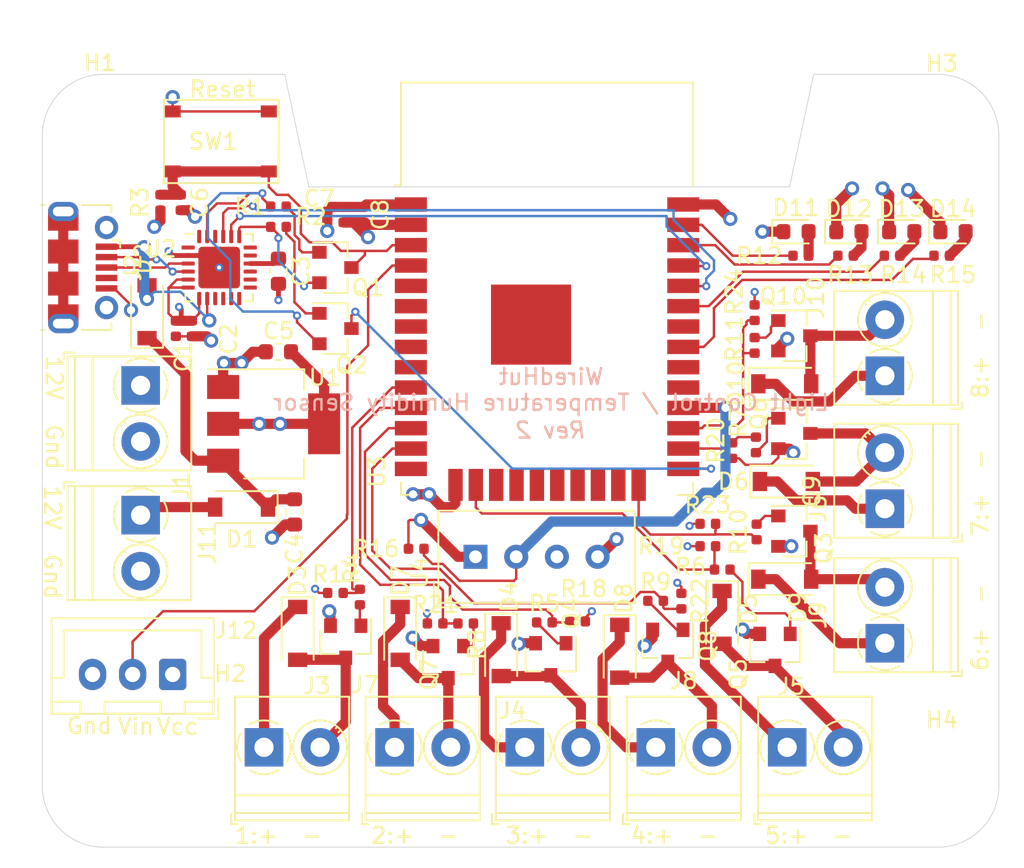
<source format=kicad_pcb>
(kicad_pcb (version 20211014) (generator pcbnew)
  (title_block (date "2021-12-03") (comment 4 "@Comment4@"))
  (layers (0 "F.Cu" signal) (1 "In1.Cu" power) (2 "In2.Cu" power) (31 "B.Cu" signal) (34 "B.Paste" user) (35 "F.Paste" user) (36 "B.SilkS" user "B.Silkscreen") (37 "F.SilkS" user "F.Silkscreen") (38 "B.Mask" user) (39 "F.Mask" user) (44 "Edge.Cuts" user))
  (net 0 "")
  (net 1 "GND")
  (net 2 "+3V3")
  (net 3 "Net-(C3-Pad1)")
  (net 4 "Net-(C4-Pad1)")
  (net 5 "/EN")
  (net 6 "VCC")
  (net 7 "VBUS")
  (net 8 "/USB_RTS")
  (net 9 "Net-(Q1-Pad1)")
  (net 10 "/IO0")
  (net 11 "/USB_DTR")
  (net 12 "Net-(Q2-Pad1)")
  (net 13 "/USB_TX")
  (net 14 "/USB_RX")
  (net 15 "/USB_DM")
  (net 16 "/USB_DP")
  (net 17 "Net-(D3-Pad2)")
  (net 18 "Net-(D4-Pad2)")
  (net 19 "Net-(D5-Pad2)")
  (net 20 "Net-(D6-Pad2)")
  (net 21 "Net-(D7-Pad2)")
  (net 22 "Net-(D8-Pad2)")
  (net 23 "Net-(D9-Pad2)")
  (net 24 "Net-(D10-Pad2)")
  (net 25 "Net-(Q3-Pad1)")
  (net 26 "Net-(Q4-Pad1)")
  (net 27 "Net-(Q5-Pad1)")
  (net 28 "Net-(Q6-Pad1)")
  (net 29 "Net-(Q7-Pad1)")
  (net 30 "Net-(Q8-Pad1)")
  (net 31 "Net-(Q9-Pad1)")
  (net 32 "Net-(Q10-Pad1)")
  (net 33 "/PIR_A")
  (net 34 "/CH_1")
  (net 35 "/CH_3")
  (net 36 "/CH_5")
  (net 37 "/CH_7")
  (net 38 "/CH_2")
  (net 39 "/CH_4")
  (net 40 "/CH_6")
  (net 41 "/CH_8")
  (net 42 "Net-(D11-Pad2)")
  (net 43 "Net-(D12-Pad2)")
  (net 44 "Net-(D13-Pad2)")
  (net 45 "Net-(D14-Pad2)")
  (net 46 "/LED1")
  (net 47 "/LED2")
  (net 48 "/LED3")
  (net 49 "/LED4")
  (net 50 "/DHT_IO")
  (footprint "Resistor_SMD:R_0402_1005Metric" (layer "F.Cu") (at 111.2 69.85 -90)
    (fp_text reference "C1")
    (fp_text value "1uF")
  )
  (footprint "Resistor_SMD:R_0402_1005Metric" (layer "F.Cu") (at 112.2 69.85 -90)
    (fp_text reference "C2")
    (fp_text value "0.1uF")
  )
  (footprint "Resistor_SMD:R_0603_1608Metric" (layer "F.Cu") (at 117.602 66.2685 -90)
    (fp_text reference "C3")
    (fp_text value "4.7uF")
  )
  (footprint "Resistor_SMD:R_0603_1608Metric" (layer "F.Cu") (at 118.6 81.3 -90)
    (fp_text reference "C4")
    (fp_text value "1uF")
  )
  (footprint "Resistor_SMD:R_0603_1608Metric" (layer "F.Cu") (at 117.6 71.3 180)
    (fp_text reference "C5")
    (fp_text value "22uF")
  )
  (footprint "Resistor_SMD:R_0402_1005Metric" (layer "F.Cu") (at 122.936 62.738 90)
    (fp_text reference "C8")
    (fp_text value "0.1uF")
  )
  (footprint "Diode_SMD:D_SOD-123" (layer "F.Cu") (at 115.3 81 180)
    (fp_text reference "D1")
    (fp_text value "D_Schottky")
  )
  (footprint "Diode_SMD:D_SOD-123" (layer "F.Cu") (at 109.4 68.8 90)
    (fp_text reference "D2")
    (fp_text value "D_Schottky")
  )
  (footprint "Package_TO_SOT_SMD:SOT-23" (layer "F.Cu") (at 121.158 69.85)
    (fp_text reference "Q2")
    (fp_text value "Q_NPN_BEC")
  )
  (footprint "Resistor_SMD:R_0402_1005Metric" (layer "F.Cu") (at 117.602 62.23 180)
    (fp_text reference "R1")
    (fp_text value "10kR")
  )
  (footprint "Resistor_SMD:R_0402_1005Metric" (layer "F.Cu") (at 117.602 63.5 180)
    (fp_text reference "R2")
    (fp_text value "10kR")
  )
  (footprint "Resistor_SMD:R_0402_1005Metric" (layer "F.Cu") (at 110.236 61.976 -90)
    (fp_text reference "R3")
    (fp_text value "10kR")
  )
  (footprint "footprints:TS-1187A" (layer "F.Cu") (at 114 58.166)
    (fp_text reference "SW1")
    (fp_text value "SW_Push")
  )
  (footprint "Package_TO_SOT_SMD:SOT-223-3_TabPin2" (layer "F.Cu") (at 117.3 75.8)
    (fp_text reference "U1")
    (fp_text value "AZ1117-3.3")
  )
  (footprint "Package_DFN_QFN:QFN-24-1EP_4x4mm_P0.5mm_EP2.6x2.6mm" (layer "F.Cu") (at 113.904 66.04)
    (fp_text reference "U2")
    (fp_text value "CP2104")
  )
  (footprint "RF_Module:ESP32-WROOM-32" (layer "F.Cu") (at 134.366 70.358)
    (fp_text reference "U3")
    (fp_text value "ESP32-WROOM-32")
  )
  (footprint "Diode_SMD:D_SOD-123" (layer "F.Cu") (at 118.8 88.884 -90)
    (fp_text reference "D3")
    (fp_text value "D_Schottky")
  )
  (footprint "Connector_USB:USB_Micro-B_Molex-105017-0001" (layer "F.Cu") (at 105.41 66.04 -90)
    (fp_text reference "J2")
    (fp_text value "USB_B_Micro")
  )
  (footprint "Resistor_SMD:R_0402_1005Metric" (layer "F.Cu") (at 122.682 86.614 90)
    (fp_text reference "R4")
    (fp_text value "100R")
  )
  (footprint "Resistor_SMD:R_0402_1005Metric" (layer "F.Cu") (at 134.2 88.2)
    (fp_text reference "R5")
    (fp_text value "100R")
  )
  (footprint "Resistor_SMD:R_0402_1005Metric" (layer "F.Cu") (at 145.3 84.9 180)
    (fp_text reference "R6")
    (fp_text value "100R")
  )
  (footprint "Resistor_SMD:R_0402_1005Metric" (layer "F.Cu") (at 147.4 77.115 90)
    (fp_text reference "R7")
    (fp_text value "100R")
  )
  (footprint "Resistor_SMD:R_0402_1005Metric" (layer "F.Cu") (at 129.286 88.265 180)
    (fp_text reference "R8")
    (fp_text value "100R")
  )
  (footprint "Resistor_SMD:R_0402_1005Metric" (layer "F.Cu") (at 141.138 86.852)
    (fp_text reference "R9")
    (fp_text value "100R")
  )
  (footprint "Resistor_SMD:R_0402_1005Metric" (layer "F.Cu") (at 147.32 70.9 -90)
    (fp_text reference "R11")
    (fp_text value "100R")
  )
  (footprint "TerminalBlock_Phoenix:TerminalBlock_Phoenix_PT-1,5-2-3.5-H_1x02_P3.50mm_Horizontal" (layer "F.Cu") (at 109 73.4 -90)
    (fp_text reference "J1")
    (fp_text value "Screw_Terminal_01x02")
  )
  (footprint "TerminalBlock_Phoenix:TerminalBlock_Phoenix_PT-1,5-2-3.5-H_1x02_P3.50mm_Horizontal" (layer "F.Cu") (at 116.7 96)
    (fp_text reference "J3")
    (fp_text value "Screw_Terminal_01x02")
  )
  (footprint "Resistor_SMD:R_0402_1005Metric" (layer "F.Cu") (at 121.666 62.738 90)
    (fp_text reference "C7")
    (fp_text value "10uF")
  )
  (footprint "Package_TO_SOT_SMD:SOT-23" (layer "F.Cu") (at 121.158 66.04)
    (fp_text reference "Q1")
    (fp_text value "Q_NPN_BEC")
  )
  (footprint "Resistor_SMD:R_0402_1005Metric" (layer "F.Cu") (at 111.506 61.976 -90)
    (fp_text reference "C6")
    (fp_text value "0.1uF")
  )
  (footprint "Diode_SMD:D_SOD-123" (layer "F.Cu") (at 131.5 89.9 -90)
    (fp_text reference "D4")
    (fp_text value "D_Schottky")
  )
  (footprint "Diode_SMD:D_SOD-123" (layer "F.Cu") (at 145.288 87.884 -90)
    (fp_text reference "D5")
    (fp_text value "D_Schottky")
  )
  (footprint "Diode_SMD:D_SOD-123" (layer "F.Cu") (at 149.3 79.4)
    (fp_text reference "D6")
    (fp_text value "D_Schottky")
  )
  (footprint "Diode_SMD:D_SOD-123" (layer "F.Cu") (at 125.2 88.884 -90)
    (fp_text reference "D7")
    (fp_text value "D_Schottky")
  )
  (footprint "Diode_SMD:D_SOD-123" (layer "F.Cu") (at 138.9 90 -90)
    (fp_text reference "D8")
    (fp_text value "D_Schottky")
  )
  (footprint "Diode_SMD:D_SOD-123" (layer "F.Cu") (at 149.2 73.3)
    (fp_text reference "D10")
    (fp_text value "D_Schottky")
  )
  (footprint "Package_TO_SOT_SMD:SOT-23" (layer "F.Cu") (at 134.6 90.5 -90)
    (fp_text reference "Q4")
    (fp_text value "Q_NMOS_GDS")
  )
  (footprint "Package_TO_SOT_SMD:SOT-23" (layer "F.Cu") (at 148.59 89.916 -90)
    (fp_text reference "Q5")
    (fp_text value "Q_NMOS_GDS")
  )
  (footprint "Package_TO_SOT_SMD:SOT-23" (layer "F.Cu") (at 149.8 76.4)
    (fp_text reference "Q6")
    (fp_text value "Q_NMOS_GDS")
  )
  (footprint "Package_TO_SOT_SMD:SOT-23" (layer "F.Cu") (at 128.2 90.678 -90)
    (fp_text reference "Q7")
    (fp_text value "Q_NMOS_GDS")
  )
  (footprint "Package_TO_SOT_SMD:SOT-23" (layer "F.Cu") (at 141.9 89.662 -90)
    (fp_text reference "Q8")
    (fp_text value "Q_NMOS_GDS")
  )
  (footprint "TerminalBlock_Phoenix:TerminalBlock_Phoenix_PT-1,5-2-3.5-H_1x02_P3.50mm_Horizontal" (layer "F.Cu") (at 132.978 96)
    (fp_text reference "J4")
    (fp_text value "Screw_Terminal_01x02")
  )
  (footprint "TerminalBlock_Phoenix:TerminalBlock_Phoenix_PT-1,5-2-3.5-H_1x02_P3.50mm_Horizontal" (layer "F.Cu") (at 149.35 96)
    (fp_text reference "J5")
    (fp_text value "Screw_Terminal_01x02")
  )
  (footprint "TerminalBlock_Phoenix:TerminalBlock_Phoenix_PT-1,5-2-3.5-H_1x02_P3.50mm_Horizontal" (layer "F.Cu") (at 155.448 81.1 90)
    (fp_text reference "J6")
    (fp_text value "Screw_Terminal_01x02")
  )
  (footprint "TerminalBlock_Phoenix:TerminalBlock_Phoenix_PT-1,5-2-3.5-H_1x02_P3.50mm_Horizontal" (layer "F.Cu") (at 124.85 96)
    (fp_text reference "J7")
    (fp_text value "Screw_Terminal_01x02")
  )
  (footprint "TerminalBlock_Phoenix:TerminalBlock_Phoenix_PT-1,5-2-3.5-H_1x02_P3.50mm_Horizontal" (layer "F.Cu") (at 141.15 96)
    (fp_text reference "J8")
    (fp_text value "Screw_Terminal_01x02")
  )
  (footprint "TerminalBlock_Phoenix:TerminalBlock_Phoenix_PT-1,5-2-3.5-H_1x02_P3.50mm_Horizontal" (layer "F.Cu") (at 155.448 72.8 90)
    (fp_text reference "J10")
    (fp_text value "Screw_Terminal_01x02")
  )
  (footprint "Resistor_SMD:R_0402_1005Metric" (layer "F.Cu") (at 147.447 82.55 -90)
    (fp_text reference "R10")
    (fp_text value "100R")
  )
  (footprint "TerminalBlock_Phoenix:TerminalBlock_Phoenix_PT-1,5-2-3.5-H_1x02_P3.50mm_Horizontal" (layer "F.Cu") (at 155.448 89.5 90)
    (fp_text reference "J9")
    (fp_text value "Screw_Terminal_01x02")
  )
  (footprint "Package_TO_SOT_SMD:SOT-23" (layer "F.Cu") (at 149.8 82.5)
    (fp_text reference "Q9")
    (fp_text value "Q_NMOS_GDS")
  )
  (footprint "TerminalBlock_Phoenix:TerminalBlock_Phoenix_PT-1,5-2-3.5-H_1x02_P3.50mm_Horizontal" (layer "F.Cu") (at 109 81.5 -90)
    (fp_text reference "J11")
    (fp_text value "Screw_Terminal_01x02")
  )
  (footprint "Connector_JST:JST_XH_B3B-XH-A_1x03_P2.50mm_Vertical" (layer "F.Cu") (at 111 91.45 180)
    (fp_text reference "J12")
    (fp_text value "Conn_01x03")
  )
  (footprint "MountingHole:MountingHole_3.2mm_M3" (layer "F.Cu") (at 106.45 57.45)
    (fp_text reference "H1")
    (fp_text value "MountingHole")
  )
  (footprint "MountingHole:MountingHole_3.2mm_M3" (layer "F.Cu") (at 106.5 98.5)
    (fp_text reference "H2")
    (fp_text value "MountingHole")
  )
  (footprint "MountingHole:MountingHole_3.2mm_M3" (layer "F.Cu") (at 159 57.5)
    (fp_text reference "H3")
    (fp_text value "MountingHole")
  )
  (footprint "MountingHole:MountingHole_3.2mm_M3" (layer "F.Cu") (at 159 98.5)
    (fp_text reference "H4")
    (fp_text value "MountingHole")
  )
  (footprint "Diode_SMD:D_SOD-123" (layer "F.Cu") (at 149.2 85.5)
    (fp_text reference "D9")
    (fp_text value "D_Schottky")
  )
  (footprint "LED_SMD:LED_0603_1608Metric" (layer "F.Cu") (at 149.9 63.8)
    (fp_text reference "D11")
    (fp_text value "Green")
  )
  (footprint "LED_SMD:LED_0603_1608Metric" (layer "F.Cu") (at 153.2 63.8)
    (fp_text reference "D12")
    (fp_text value "Green")
  )
  (footprint "LED_SMD:LED_0603_1608Metric" (layer "F.Cu") (at 156.5 63.8)
    (fp_text reference "D13")
    (fp_text value "Red")
  )
  (footprint "LED_SMD:LED_0603_1608Metric" (layer "F.Cu") (at 159.7 63.8)
    (fp_text reference "D14")
    (fp_text value "Red")
  )
  (footprint "Resistor_SMD:R_0402_1005Metric" (layer "F.Cu") (at 150.2 65.3)
    (fp_text reference "R12")
    (fp_text value "47R")
  )
  (footprint "Resistor_SMD:R_0402_1005Metric" (layer "F.Cu") (at 153 65.3)
    (fp_text reference "R13")
    (fp_text value "47R")
  )
  (footprint "Resistor_SMD:R_0402_1005Metric" (layer "F.Cu") (at 155.9 65.3)
    (fp_text reference "R14")
    (fp_text value "150R")
  )
  (footprint "Resistor_SMD:R_0402_1005Metric" (layer "F.Cu") (at 159 65.3)
    (fp_text reference "R15")
    (fp_text value "150R")
  )
  (footprint "Sensor:Aosong_DHT11_5.5x12.0_P2.54mm" (layer "F.Cu") (at 129.9 84.1 90)
    (fp_text reference "U4")
    (fp_text value "DHT11")
  )
  (footprint "Resistor_SMD:R_0402_1005Metric" (layer "F.Cu") (at 126.2 83.6 180)
    (fp_text reference "R16")
    (fp_text value "10kR")
  )
  (footprint "Package_TO_SOT_SMD:SOT-23" (layer "F.Cu") (at 121.8 89.408 -90)
    (fp_text reference "Q3")
    (fp_text value "Q_NMOS_GSD")
  )
  (footprint "Resistor_SMD:R_0402_1005Metric" (layer "F.Cu") (at 121.158 86.36)
    (fp_text reference "R17")
    (fp_text value "10kR")
  )
  (footprint "Resistor_SMD:R_0402_1005Metric" (layer "F.Cu") (at 136.271 88.138 180)
    (fp_text reference "R18")
    (fp_text value "10kR")
  )
  (footprint "Resistor_SMD:R_0402_1005Metric" (layer "F.Cu") (at 144.399 83.439)
    (fp_text reference "R19")
    (fp_text value "10kR")
  )
  (footprint "Resistor_SMD:R_0402_1005Metric" (layer "F.Cu") (at 145.923 77.47 90)
    (fp_text reference "R20")
    (fp_text value "10kR")
  )
  (footprint "Resistor_SMD:R_0402_1005Metric" (layer "F.Cu") (at 127.381 88.265)
    (fp_text reference "R21")
    (fp_text value "10kR")
  )
  (footprint "Resistor_SMD:R_0402_1005Metric" (layer "F.Cu") (at 142.748 86.868 -90)
    (fp_text reference "R22")
    (fp_text value "10kR")
  )
  (footprint "Resistor_SMD:R_0402_1005Metric" (layer "F.Cu") (at 144.399 82.042)
    (fp_text reference "R23")
    (fp_text value "10kR")
  )
  (footprint "Resistor_SMD:R_0402_1005Metric" (layer "F.Cu") (at 147.32 68.857 -90)
    (fp_text reference "R24")
    (fp_text value "10kR")
  )
  (footprint "Package_TO_SOT_SMD:SOT-23" (layer "F.Cu") (at 149.8 70.3)
    (fp_text reference "Q10")
    (fp_text value "Q_NMOS_GDS")
  )
  (gr_line (start 102.87 57.785) (end 102.87 98.425) (layer "Edge.Cuts") (width 0.05))
  (gr_line (start 106.68 102.235) (end 158.75 102.235) (layer "Edge.Cuts") (width 0.05))
  (gr_line (start 162.56 98.425) (end 162.56 57.785) (layer "Edge.Cuts") (width 0.05))
  (gr_line (start 117.975 53.975) (end 118 54) (layer "Edge.Cuts") (width 0.05))
  (gr_line (start 151.025 53.975) (end 151 54) (layer "Edge.Cuts") (width 0.05))
  (gr_line (start 158.75 53.975) (end 151.025 53.975) (layer "Edge.Cuts") (width 0.05))
  (gr_arc (start 106.68 102.235) (mid 103.985923 101.119077) (end 102.87 98.425) (layer "Edge.Cuts") (width 0.05))
  (gr_arc (start 102.87 57.785) (mid 103.985923 55.090923) (end 106.68 53.975) (layer "Edge.Cuts") (width 0.05))
  (gr_arc (start 162.56 98.425) (mid 161.444077 101.119077) (end 158.75 102.235) (layer "Edge.Cuts") (width 0.05))
  (gr_line (start 119.5 61) (end 149.5 61) (layer "Edge.Cuts") (width 0.05))
  (gr_arc (start 158.75 53.975) (mid 161.444077 55.090923) (end 162.56 57.785) (layer "Edge.Cuts") (width 0.05))
  (gr_line (start 106.68 53.975) (end 117.975 53.975) (layer "Edge.Cuts") (width 0.05))
  (gr_line (start 149.5 61) (end 151 54) (layer "Edge.Cuts") (width 0.05))
  (gr_line (start 118 54) (end 119.5 61) (layer "Edge.Cuts") (width 0.05))
  (gr_text "Rev 2" (at 134.62 76.2) (layer "B.SilkS") (effects (font (size 1 1) (thickness 0.15) italic) (justify mirror)))
  (gr_text "WiredHut\nLight Control / Temperature Humidity Sensor" (at 134.62 73.66) (layer "B.SilkS") (effects (font (size 1 1)) (justify mirror)))
  (gr_text "12V  Gnd" (at 103.5 83.2 270) (layer "F.SilkS") (effects (font (size 1 1))))
  (gr_text "5:+  -" (at 150.7 101.5) (layer "F.SilkS") (effects (font (size 1 1))))
  (gr_text "Gnd" (at 105.8 94.65) (layer "F.SilkS") (effects (font (size 1 1))))
  (gr_text "6:+  -" (at 161.4 88.5 90) (layer "F.SilkS") (effects (font (size 1 1))))
  (gr_text "8:+  -" (at 161.4 71.5 90) (layer "F.SilkS") (effects (font (size 1 1))))
  (gr_text "Vcc" (at 111.3 94.7) (layer "F.SilkS") (effects (font (size 1 1))))
  (gr_text "Vin" (at 108.7 94.7) (layer "F.SilkS") (effects (font (size 1 1))))
  (gr_text "4:+  -" (at 142.3 101.5) (layer "F.SilkS") (effects (font (size 1 1))))
  (gr_text "12V  Gnd" (at 103.6 75.1 270) (layer "F.SilkS") (effects (font (size 1 1))))
  (gr_text "2:+  -" (at 126.1 101.5) (layer "F.SilkS") (effects (font (size 1 1))))
  (gr_text "1:+  -" (at 117.6 101.5) (layer "F.SilkS") (effects (font (size 1 1))))
  (gr_text "Reset" (at 114.1 54.9) (layer "F.SilkS") (effects (font (size 1 1))))
  (gr_text "7:+  -" (at 161.4 80.1 90) (layer "F.SilkS") (effects (font (size 1 1))))
  (gr_text "3:+  -" (at 134.5 101.5) (layer "F.SilkS") (effects (font (size 1 1))))
  (segment (start 142.866 62.103) (end 144.903 62.103) (width 0.635) (layer "F.Cu") (net 1))
  (segment (start 118.0125 82.0875) (end 117.2 82.9) (width 0.635) (layer "F.Cu") (net 1))
  (segment (start 147.64 88.916) (end 146.828 88.916) (width 0.635) (layer "F.Cu") (net 1))
  (segment (start 111.991 62.461) (end 112.395 62.865) (width 0.635) (layer "F.Cu") (net 1))
  (segment (start 147.32 68.372) (end 147.32 67.564) (width 0.1524) (layer "F.Cu") (net 1))
  (segment (start 125.866 62.103) (end 123.086 62.103) (width 0.635) (layer "F.Cu") (net 1))
  (segment (start 116.8125 71.3) (end 116 71.3) (width 0.635) (layer "F.Cu") (net 1))
  (segment (start 140.95 88.662) (end 140.95 89.174) (width 0.635) (layer "F.Cu") (net 1))
  (segment (start 122.936 62.253) (end 121.666 62.253) (width 0.635) (layer "F.Cu") (net 1))
  (segment (start 148.3434 78.359) (end 148.8 77.9024) (width 0.1524) (layer "F.Cu") (net 1))
  (segment (start 140.95 89.174) (end 140.462 89.662) (width 0.635) (layer "F.Cu") (net 1))
  (segment (start 111.2 70.335) (end 112.2 70.335) (width 0.1524) (layer "F.Cu") (net 1))
  (segment (start 120.87609 62.25791) (end 120.65 62.484) (width 0.635) (layer "F.Cu") (net 1))
  (segment (start 113.154 65.29) (end 113.904 66.04) (width 0.3048) (layer "F.Cu") (net 1))
  (segment (start 126.896 87.653) (end 126.873 87.63) (width 0.1524) (layer "F.Cu") (net 1))
  (segment (start 143.914 83.439) (end 143.129 83.439) (width 0.1524) (layer "F.Cu") (net 1))
  (segment (start 107.3475 67.34) (end 108.4 68.3925) (width 0.1524) (layer "F.Cu") (net 1))
  (segment (start 108.4 68.3925) (end 108.4 68.7) (width 0.1524) (layer "F.Cu") (net 1))
  (segment (start 117 56.291) (end 116.3476 56.291) (width 0.1524) (layer "F.Cu") (net 1))
  (segment (start 152.4125 63.8) (end 152.4125 62.0875) (width 0.635) (layer "F.Cu") (net 1))
  (segment (start 127.25 89.678) (end 126.508 89.678) (width 0.635) (layer "F.Cu") (net 1))
  (segment (start 115.3 72) (end 114.2 72) (width 0.635) (layer "F.Cu") (net 1))
  (segment (start 137.6 84.1) (end 138.7 83) (width 0.635) (layer "F.Cu") (net 1))
  (segment (start 148.8 83.45) (end 149.595 83.45) (width 0.635) (layer "F.Cu") (net 1))
  (segment (start 127.8 81) (end 127 80.2) (width 0.635) (layer "F.Cu") (net 1))
  (segment (start 148.8 71.25) (end 148.8 71.037) (width 0.635) (layer "F.Cu") (net 1))
  (segment (start 116.3476 56.291) (end 111 56.291) (width 0.1524) (layer "F.Cu") (net 1))
  (segment (start 143.914 82.042) (end 143.383 82.042) (width 0.1524) (layer "F.Cu") (net 1))
  (segment (start 113.135 70.335) (end 113.4 70.6) (width 0.635) (layer "F.Cu") (net 1))
  (segment (start 155.7125 61.5125) (end 155.3 61.1) (width 0.635) (layer "F.Cu") (net 1))
  (segment (start 144.903 62.103) (end 145.8 63) (width 0.635) (layer "F.Cu") (net 1))
  (segment (start 117.602 67.056) (end 117.602 68.072) (width 0.3048) (layer "F.Cu") (net 1))
  (segment (start 136.756 87.907) (end 137.16 87.503) (width 0.1524) (layer "F.Cu") (net 1))
  (segment (start 106.8725 67.34) (end 107.3475 67.34) (width 0.1524) (layer "F.Cu") (net 1))
  (segment (start 137.52 84.1) (end 137.6 84.1) (width 0.635) (layer "F.Cu") (net 1))
  (segment (start 146.343 77.955) (end 146.747 78.359) (width 0.1524) (layer "F.Cu") (net 1))
  (segment (start 149.595 83.45) (end 149.606 83.439) (width 0.635) (layer "F.Cu") (net 1))
  (segment (start 114.15 72.05) (end 114.2 72) (width 0.635) (layer "F.Cu") (net 1))
  (segment (start 118.6 82.0875) (end 118.0125 82.0875) (width 0.635) (layer "F.Cu") (net 1))
  (segment (start 132.623 89.5) (end 132.588 89.535) (width 0.635) (layer "F.Cu") (net 1))
  (segment (start 148.8 77.9024) (end 148.8 77.35) (width 0.1524) (layer "F.Cu") (net 1))
  (segment (start 145.923 77.955) (end 146.343 77.955) (width 0.1524) (layer "F.Cu") (net 1))
  (segment (start 111.9665 65.29) (end 113.154 65.29) (width 0.3048) (layer "F.Cu") (net 1))
  (segment (start 128.4 81) (end 127.8 81) (width 0.635) (layer "F.Cu") (net 1))
  (segment (start 120.65 62.484) (end 120.65 63.754) (width 0.635) (layer "F.Cu") (net 1))
  (segment (start 142.748 85.979) (end 142.494 85.725) (width 0.1524) (layer "F.Cu") (net 1))
  (segment (start 148.8 77.35) (end 149.486 77.35) (width 0.635) (layer "F.Cu") (net 1))
  (segment (start 133.65 89.5) (end 132.623 89.5) (width 0.635) (layer "F.Cu") (net 1))
  (segment (start 111.01 65.29) (end 110.744 65.024) (width 0.3048) (layer "F.Cu") (net 1))
  (segment (start 111.9665 65.29) (end 111.01 65.29) (width 0.3048) (layer "F.Cu") (net 1))
  (segment (start 127 80.2) (end 126 80.2) (width 0.635) (layer "F.Cu") (net 1))
  (segment (start 121.666 62.253) (end 120.881 62.253) (width 0.635) (layer "F.Cu") (net 1))
  (segment (start 128.651 80.749) (end 128.4 81) (width 0.635) (layer "F.Cu") (net 1))
  (segment (start 120.881 62.253) (end 120.87609 62.25791) (width 0.635) (layer "F.Cu") (net 1))
  (segment (start 149.1125 63.8) (end 147.8 63.8) (width 0.635) (layer "F.Cu") (net 1))
  (segment (start 111.506 62.461) (end 111.991 62.461) (width 0.635) (layer "F.Cu") (net 1))
  (segment (start 126.508 89.678) (end 125.984 89.154) (width 0.635) (layer "F.Cu") (net 1))
  (segment (start 149.486 77.35) (end 149.733 77.597) (width 0.635) (layer "F.Cu") (net 1))
  (segment (start 112.2 70.335) (end 113.135 70.335) (width 0.635) (layer "F.Cu") (net 1))
  (segment (start 111 56.291) (end 111 55.4) (width 0.1524) (layer "F.Cu") (net 1))
  (segment (start 155.7125 63.8) (end 155.7125 61.5125) (width 0.635) (layer "F.Cu") (net 1))
  (segment (start 104.1725 63.14) (end 104.1725 65.04) (width 0.635) (layer "F.Cu") (net 1))
  (segment (start 152.4125 62.0875) (end 153.4 61.1) (width 0.635) (layer "F.Cu") (net 1))
  (segment (start 126.896 88.265) (end 126.896 87.653) (width 0.1524) (layer "F.Cu") (net 1))
  (segment (start 104.1725 67.04) (end 104.1725 68.94) (width 0.635) (layer "F.Cu") (net 1))
  (segment (start 120.85 88.408) (end 120.85 87.576) (width 0.635) (layer "F.Cu") (net 1))
  (segment (start 148.8 71.037) (end 149.352 70.485) (width 0.635) (layer "F.Cu") (net 1))
  (segment (start 123.086 62.103) (end 122.936 62.253) (width 0.635) (layer "F.Cu") (net 1))
  (segment (start 146.828 88.916) (end 146.558 88.646) (width 0.635) (layer "F.Cu") (net 1))
  (segment (start 136.756 88.138) (end 136.756 87.907) (width 0.1524) (layer "F.Cu") (net 1))
  (segment (start 104.1725 65.04) (end 104.1725 67.04) (width 0.635) (layer "F.Cu") (net 1))
  (segment (start 143.383 82.042) (end 143.256 82.169) (width 0.1524) (layer "F.Cu") (net 1))
  (segment (start 120.142 86.36) (end 119.888 86.106) (width 0.1524) (layer "F.Cu") (net 1))
  (segment (start 128.651 79.613) (end 128.651 80.749) (width 0.635) (layer "F.Cu") (net 1))
  (segment (start 116 71.3) (end 115.3 72) (width 0.635) (layer "F.Cu") (net 1))
  (segment (start 120.673 86.36) (end 120.142 86.36) (width 0.1524) (layer "F.Cu") (net 1))
  (segment (start 158.9125 63.2125) (end 156.9 61.2) (width 0.635) (layer "F.Cu") (net 1))
  (segment (start 120.85 87.576) (end 120.777 87.503) (width 0.635) (layer "F.Cu") (net 1))
  (segment (start 114.15 73.5) (end 114.15 72.05) (width 0.635) (layer "F.Cu") (net 1))
  (segment (start 142.748 86.383) (end 142.748 85.979) (width 0.1524) (layer "F.Cu") (net 1))
  (segment (start 158.9125 63.8) (end 158.9125 63.2125) (width 0.635) (layer "F.Cu") (net 1))
  (segment (start 146.747 78.359) (end 148.3434 78.359) (width 0.1524) (layer "F.Cu") (net 1))
  (via (at 140.462 89.662) (size 0.889) (drill 0.508) (layers "F.Cu" "B.Cu") (net 1))
  (via (at 147.32 67.564) (size 0.508) (drill 0.254) (layers "F.Cu" "B.Cu") (net 1))
  (via (at 108.4 68.7) (size 0.889) (drill 0.508) (layers "F.Cu" "B.Cu") (net 1))
  (via (at 126 80.2) (size 0.889) (drill 0.508) (layers "F.Cu" "B.Cu") (net 1))
  (via (at 113.4 70.6) (size 0.889) (drill 0.508) (layers "F.Cu" "B.Cu") (net 1))
  (via (at 156.9 61.2) (size 0.889) (drill 0.508) (layers "F.Cu" "B.Cu") (net 1))
  (via (at 149.733 77.597) (size 0.889) (drill 0.508) (layers "F.Cu" "B.Cu") (net 1))
  (via (at 113.904 66.04) (size 0.508) (drill 0.254) (layers "F.Cu" "B.Cu") (net 1))
  (via (at 117.2 82.9) (size 0.889) (drill 0.508) (layers "F.Cu" "B.Cu") (net 1))
  (via (at 155.3 61.1) (size 0.889) (drill 0.508) (layers "F.Cu" "B.Cu") (net 1))
  (via (at 142.494 85.725) (size 0.508) (drill 0.254) (layers "F.Cu" "B.Cu") (net 1))
  (via (at 127 80.2) (size 0.889) (drill 0.508) (layers "F.Cu" "B.Cu") (net 1))
  (via (at 145.8 63) (size 0.889) (drill 0.508) (layers "F.Cu" "B.Cu") (net 1))
  (via (at 147.8 63.8) (size 0.889) (drill 0.508) (layers "F.Cu" "B.Cu") (net 1))
  (via (at 149.606 83.439) (size 0.889) (drill 0.508) (layers "F.Cu" "B.Cu") (net 1))
  (via (at 112.395 62.865) (size 0.889) (drill 0.508) (layers "F.Cu" "B.Cu") (net 1))
  (via (at 110.744 65.024) (size 0.508) (drill 0.254) (layers "F.Cu" "B.Cu") (net 1))
  (via (at 111 55.4) (size 0.889) (drill 0.508) (layers "F.Cu" "B.Cu") (net 1))
  (via (at 114.2 72) (size 0.889) (drill 0.508) (layers "F.Cu" "B.Cu") (net 1))
  (via (at 143.129 83.439) (size 0.508) (drill 0.254) (layers "F.Cu" "B.Cu") (net 1))
  (via (at 120.777 87.503) (size 0.889) (drill 0.508) (layers "F.Cu" "B.Cu") (net 1))
  (via (at 117.602 68.072) (size 0.508) (drill 0.254) (layers "F.Cu" "B.Cu") (net 1))
  (via (at 138.7 83) (size 0.889) (drill 0.508) (layers "F.Cu" "B.Cu") (net 1))
  (via (at 153.4 61.1) (size 0.889) (drill 0.508) (layers "F.Cu" "B.Cu") (net 1))
  (via (at 143.256 82.169) (size 0.508) (drill 0.254) (layers "F.Cu" "B.Cu") (net 1))
  (via (at 115.3 72) (size 0.889) (drill 0.508) (layers "F.Cu" "B.Cu") (net 1))
  (via (at 149.352 70.485) (size 0.889) (drill 0.508) (layers "F.Cu" "B.Cu") (net 1))
  (via (at 126.873 87.63) (size 0.508) (drill 0.254) (layers "F.Cu" "B.Cu") (net 1))
  (via (at 125.984 89.154) (size 0.889) (drill 0.508) (layers "F.Cu" "B.Cu") (net 1))
  (via (at 132.588 89.535) (size 0.889) (drill 0.508) (layers "F.Cu" "B.Cu") (net 1))
  (via (at 146.558 88.646) (size 0.889) (drill 0.508) (layers "F.Cu" "B.Cu") (net 1))
  (via (at 119.888 86.106) (size 0.508) (drill 0.254) (layers "F.Cu" "B.Cu") (net 1))
  (via (at 120.65 63.754) (size 0.889) (drill 0.508) (layers "F.Cu" "B.Cu") (net 1))
  (via (at 137.16 87.503) (size 0.508) (drill 0.254) (layers "F.Cu" "B.Cu") (net 1))
  (segment (start 117.7 75.8) (end 116.4 75.8) (width 0.635) (layer "F.Cu") (net 2))
  (segment (start 121.666 63.223) (end 122.278 63.223) (width 0.635) (layer "F.Cu") (net 2))
  (segment (start 125.871383 81.8) (end 126.5 81.8) (width 0.1524) (layer "F.Cu") (net 2))
  (segment (start 120.45 73.3625) (end 118.3875 71.3) (width 0.635) (layer "F.Cu") (net 2))
  (segment (start 110.744 68.909) (end 111.2 69.365) (width 0.1524) (layer "F.Cu") (net 2))
  (segment (start 110.744 67.31) (end 110.764 67.29) (width 0.1524) (layer "F.Cu") (net 2))
  (segment (start 110.744 67.31) (end 111.264 66.79) (width 0.1524) (layer "F.Cu") (net 2))
  (segment (start 110.236 62.461) (end 110.236 63.119) (width 0.635) (layer "F.Cu") (net 2))
  (segment (start 111.264 66.79) (end 111.9665 66.79) (width 0.1524) (layer "F.Cu") (net 2))
  (segment (start 110.236 63.119) (end 109.855 63.5) (width 0.635) (layer "F.Cu") (net 2))
  (segment (start 122.278 63.223) (end 123.19 64.135) (width 0.635) (layer "F.Cu") (net 2))
  (segment (start 120.45 75.8) (end 120.45 73.3625) (width 0.635) (layer "F.Cu") (net 2))
  (segment (start 111.535 69.365) (end 112.2 69.365) (width 0.635) (layer "F.Cu") (net 2))
  (segment (start 128.8 84.1) (end 126.5 81.8) (width 0.635) (layer "F.Cu") (net 2))
  (segment (start 123.086 63.373) (end 122.936 63.223) (width 0.635) (layer "F.Cu") (net 2))
  (segment (start 110.764 67.29) (end 111.9665 67.29) (width 0.1524) (layer "F.Cu") (net 2))
  (segment (start 125.715 83.6) (end 125.715 81.885) (width 0.1524) (layer "F.Cu") (net 2))
  (segment (start 114.15 75.8) (end 116.4 75.8) (width 0.635) (layer "F.Cu") (net 2))
  (segment (start 125.8 81.8) (end 125.871383 81.8) (width 0.1524) (layer "F.Cu") (net 2))
  (segment (start 111.535 68.635) (end 111.4 68.5) (width 0.3048) (layer "F.Cu") (net 2))
  (segment (start 112.654 67.9775) (end 112.654 68.911) (width 0.1524) (layer "F.Cu") (net 2))
  (segment (start 122.936 63.223) (end 121.666 63.223) (width 0.635) (layer "F.Cu") (net 2))
  (segment (start 112.654 68.911) (end 112.2 69.365) (width 0.1524) (layer "F.Cu") (net 2))
  (segment (start 125.715 81.885) (end 125.8 81.8) (width 0.1524) (layer "F.Cu") (net 2))
  (segment (start 111.2 69.365) (end 111.535 69.365) (width 0.635) (layer "F.Cu") (net 2))
  (segment (start 110.744 67.31) (end 110.744 68.909) (width 0.1524) (layer "F.Cu") (net 2))
  (segment (start 125.866 63.373) (end 123.086 63.373) (width 0.635) (layer "F.Cu") (net 2))
  (segment (start 111.535 69.365) (end 111.535 68.635) (width 0.3048) (layer "F.Cu") (net 2))
  (segment (start 117.7 75.8) (end 120.45 75.8) (width 0.635) (layer "F.Cu") (net 2))
  (segment (start 129.9 84.1) (end 128.8 84.1) (width 0.635) (layer "F.Cu") (net 2))
  (via (at 123.19 64.135) (size 0.889) (drill 0.508) (layers "F.Cu" "B.Cu") (net 2))
  (via (at 116.4 75.8) (size 0.889) (drill 0.508) (layers "F.Cu" "B.Cu") (net 2))
  (via (at 109.855 63.5) (size 0.889) (drill 0.508) (layers "F.Cu" "B.Cu") (net 2))
  (via (at 111.4 68.5) (size 0.508) (drill 0.254) (layers "F.Cu" "B.Cu") (net 2))
  (via (at 117.7 75.8) (size 0.889) (drill 0.508) (layers "F.Cu" "B.Cu") (net 2))
  (via (at 126.5 81.8) (size 0.889) (drill 0.508) (layers "F.Cu" "B.Cu") (net 2))
  (segment (start 117.602 65.481) (end 117.293 65.79) (width 0.3048) (layer "F.Cu") (net 3))
  (segment (start 117.293 65.79) (end 115.8415 65.79) (width 0.3048) (layer "F.Cu") (net 3))
  (segment (start 118.6 80.5125) (end 117.4375 80.5125) (width 0.635) (layer "F.Cu") (net 4))
  (segment (start 117.4375 80.5125) (end 116.95 81) (width 0.635) (layer "F.Cu") (net 4))
  (segment (start 112.4 78.1) (end 114.15 78.1) (width 0.635) (layer "F.Cu") (net 4))
  (segment (start 109.55 70.45) (end 111.8 72.7) (width 0.635) (layer "F.Cu") (net 4))
  (segment (start 111.8 72.7) (end 111.8 77.5) (width 0.635) (layer "F.Cu") (net 4))
  (segment (start 109.4 70.45) (end 109.55 70.45) (width 0.635) (layer "F.Cu") (net 4))
  (segment (start 114.15 78.1) (end 114.15 78.2) (width 0.635) (layer "F.Cu") (net 4))
  (segment (start 111.8 77.5) (end 112.4 78.1) (width 0.635) (layer "F.Cu") (net 4))
  (segment (start 114.15 78.2) (end 116.95 81) (width 0.635) (layer "F.Cu") (net 4))
  (segment (start 117 61) (end 117 60.041) (width 0.1524) (layer "F.Cu") (net 5))
  (segment (start 118.2089 61.5) (end 117.5 61.5) (width 0.1524) (layer "F.Cu") (net 5))
  (segment (start 111 60.041) (end 117 60.041) (width 0.635) (layer "F.Cu") (net 5))
  (segment (start 121.5 65) (end 120.961399 64.461399) (width 0.1524) (layer "F.Cu") (net 5))
  (segment (start 125.866 64.643) (end 124.7136 64.643) (width 0.1524) (layer "F.Cu") (net 5))
  (segment (start 111 60.985) (end 111.506 61.491) (width 0.635) (layer "F.Cu") (net 5))
  (segment (start 119 63.922798) (end 119 62.2911) (width 0.1524) (layer "F.Cu") (net 5))
  (segment (start 120.961399 64.461399) (end 119.538601 64.461399) (width 0.1524) (layer "F.Cu") (net 5))
  (segment (start 119.538601 64.461399) (end 119 63.922798) (width 0.1524) (layer "F.Cu") (net 5))
  (segment (start 123 65.248) (end 122.208 66.04) (width 0.1524) (layer "F.Cu") (net 5))
  (segment (start 124.7136 64.643) (end 124.3566 65) (width 0.1524) (layer "F.Cu") (net 5))
  (segment (start 110.236 61.491) (end 111.506 61.491) (width 0.635) (layer "F.Cu") (net 5))
  (segment (start 117.5 61.5) (end 117 61) (width 0.1524) (layer "F.Cu") (net 5))
  (segment (start 119 62.2911) (end 118.2089 61.5) (width 0.1524) (layer "F.Cu") (net 5))
  (segment (start 124.3566 65) (end 123 65) (width 0.1524) (layer "F.Cu") (net 5))
  (segment (start 111 60.041) (end 111 60.985) (width 0.635) (layer "F.Cu") (net 5))
  (segment (start 123 65) (end 123 65.248) (width 0.1524) (layer "F.Cu") (net 5))
  (segment (start 123 65) (end 121.5 65) (width 0.1524) (layer "F.Cu") (net 5))
  (segment (start 122.208 66.04) (end 122.158 66.04) (width 0.1524) (layer "F.Cu") (net 5))
  (segment (start 153.613 72.8) (end 155.448 72.8) (width 0.635) (layer "F.Cu") (net 6))
  (segment (start 130.430099 95.287099) (end 130.430099 90.404901) (width 0.635) (layer "F.Cu") (net 6))
  (segment (start 148.635 85.5) (end 152.635 89.5) (width 0.635) (layer "F.Cu") (net 6))
  (segment (start 144.218099 88.388901) (end 145.288 87.319) (width 0.635) (layer "F.Cu") (net 6))
  (segment (start 149.35 96) (end 144.218099 90.868099) (width 0.635) (layer "F.Cu") (net 6))
  (segment (start 118.65 87.234) (end 118.8 87.234) (width 0.635) (layer "F.Cu") (net 6))
  (segment (start 124.130099 89.388901) (end 125.2 88.319) (width 0.635) (layer "F.Cu") (net 6))
  (segment (start 113.65 81) (end 109.5 81) (width 0.635) (layer "F.Cu") (net 6))
  (segment (start 139.315 96) (end 141.15 96) (width 0.635) (layer "F.Cu") (net 6))
  (segment (start 145.288 87.319) (end 145.288 86.234) (width 0.635) (layer "F.Cu") (net 6))
  (segment (start 124.85 96) (end 124.85 94.165) (width 0.635) (layer "F.Cu") (net 6))
  (segment (start 109.5 81) (end 109 81.5) (width 0.635) (layer "F.Cu") (net 6))
  (segment (start 125.2 88.319) (end 125.2 87.234) (width 0.635) (layer "F.Cu") (net 6))
  (segment (start 132.978 96) (end 131.143 96) (width 0.635) (layer "F.Cu") (net 6))
  (segment (start 149.735 74.4) (end 152.013 74.4) (width 0.635) (layer "F.Cu") (net 6))
  (segment (start 153.093099 80.580099) (end 153.613 81.1) (width 0.635) (layer "F.Cu") (net 6))
  (segment (start 137.830099 90.504901) (end 137.830099 94.515099) (width 0.635) (layer "F.Cu") (net 6))
  (segment (start 116.7 96) (end 116.7 89.184) (width 0.635) (layer "F.Cu") (net 6))
  (segment (start 147.65 79.4) (end 148.735 79.4) (width 0.635) (layer "F.Cu") (net 6))
  (segment (start 131.143 96) (end 130.430099 95.287099) (width 0.635) (layer "F.Cu") (net 6))
  (segment (start 152.013 74.4) (end 153.613 72.8) (width 0.635) (layer "F.Cu") (net 6))
  (segment (start 130.430099 90.404901) (end 131.5 89.335) (width 0.635) (layer "F.Cu") (net 6))
  (segment (start 153.613 81.1) (end 155.448 81.1) (width 0.635) (layer "F.Cu") (net 6))
  (segment (start 144.218099 90.868099) (end 144.218099 88.388901) (width 0.635) (layer "F.Cu") (net 6))
  (segment (start 116.7 89.184) (end 118.65 87.234) (width 0.635) (layer "F.Cu") (net 6))
  (segment (start 149.915099 80.580099) (end 153.093099 80.580099) (width 0.635) (layer "F.Cu") (net 6))
  (segment (start 124.130099 93.445099) (end 124.130099 89.388901) (width 0.635) (layer "F.Cu") (net 6))
  (segment (start 148.735 79.4) (end 149.915099 80.580099) (width 0.635) (layer "F.Cu") (net 6))
  (segment (start 147.55 73.3) (end 148.635 73.3) (width 0.635) (layer "F.Cu") (net 6))
  (segment (start 124.85 94.165) (end 124.130099 93.445099) (width 0.635) (layer "F.Cu") (net 6))
  (segment (start 137.830099 94.515099) (end 139.315 96) (width 0.635) (layer "F.Cu") (net 6))
  (segment (start 153.613 89.5) (end 155.448 89.5) (width 0.635) (layer "F.Cu") (net 6))
  (segment (start 138.9 88.35) (end 138.9 89.435) (width 0.635) (layer "F.Cu") (net 6))
  (segment (start 147.55 85.5) (end 148.635 85.5) (width 0.635) (layer "F.Cu") (net 6))
  (segment (start 148.635 73.3) (end 149.735 74.4) (width 0.635) (layer "F.Cu") (net 6))
  (segment (start 152.635 89.5) (end 153.613 89.5) (width 0.635) (layer "F.Cu") (net 6))
  (segment (start 131.5 89.335) (end 131.5 88.25) (width 0.635) (layer "F.Cu") (net 6))
  (segment (start 138.9 89.435) (end 137.830099 90.504901) (width 0.635) (layer "F.Cu") (net 6))
  (segment (start 106.8725 64.74) (end 109.19 64.74) (width 0.3048) (layer "F.Cu") (net 7))
  (segment (start 113.154 67.9775) (end 113.154 69.212) (width 0.1524) (layer "F.Cu") (net 7))
  (segment (start 113.154 69.212) (end 113.284 69.342) (width 0.1524) (layer "F.Cu") (net 7))
  (segment (start 109.4 68) (end 109.4 67.15) (width 0.635) (layer "F.Cu") (net 7))
  (segment (start 109.19 64.74) (end 109.22 64.77) (width 0.3048) (layer "F.Cu") (net 7))
  (via (at 109.4 68) (size 0.889) (drill 0.508) (layers "F.Cu" "B.Cu") (net 7))
  (via (at 113.284 69.342) (size 0.889) (drill 0.508) (layers "F.Cu" "B.Cu") (net 7))
  (via (at 109.22 64.77) (size 0.889) (drill 0.508) (layers "F.Cu" "B.Cu") (net 7))
  (segment (start 109.22 67.82) (end 109.4 68) (width 0.635) (layer "B.Cu") (net 7))
  (segment (start 111.497501 67.555501) (end 109.844499 67.555501) (width 0.1524) (layer "B.Cu") (net 7))
  (segment (start 109.22 64.77) (end 109.22 67.82) (width 0.635) (layer "B.Cu") (net 7))
  (segment (start 113.284 69.342) (end 111.497501 67.555501) (width 0.1524) (layer "B.Cu") (net 7))
  (segment (start 109.844499 67.555501) (end 109.4 68) (width 0.1524) (layer "B.Cu") (net 7))
  (segment (start 115.154 64.1025) (end 115.154 63.59) (width 0.1524) (layer "F.Cu") (net 8))
  (segment (start 120.158 66.99) (end 119.41 66.99) (width 0.1524) (layer "F.Cu") (net 8))
  (segment (start 117.6 63.983) (end 117.117 63.5) (width 0.1524) (layer "F.Cu") (net 8))
  (segment (start 119.41 66.99) (end 119.2 67.2) (width 0.1524) (layer "F.Cu") (net 8))
  (segment (start 115.154 63.59) (end 115.244 63.5) (width 0.1524) (layer "F.Cu") (net 8))
  (segment (start 115.244 63.5) (end 117.117 63.5) (width 0.1524) (layer "F.Cu") (net 8))
  (segment (start 117.6 64.2) (end 117.6 63.983) (width 0.1524) (layer "F.Cu") (net 8))
  (via (at 117.6 64.2) (size 0.508) (drill 0.254) (layers "F.Cu" "B.Cu") (net 8))
  (via (at 119.2 67.2) (size 0.508) (drill 0.254) (layers "F.Cu" "B.Cu") (net 8))
  (segment (start 119.2 67.2) (end 117.6 65.6) (width 0.1524) (layer "B.Cu") (net 8))
  (segment (start 117.6 65.6) (end 117.6 64.2) (width 0.1524) (layer "B.Cu") (net 8))
  (segment (start 118.61061 64.012544) (end 118.90481 64.306744) (width 0.1524) (layer "F.Cu") (net 9))
  (segment (start 118.61061 62.75361) (end 118.61061 64.012544) (width 0.1524) (layer "F.Cu") (net 9))
  (segment (start 118.90481 64.306744) (end 118.90481 64.90481) (width 0.1524) (layer "F.Cu") (net 9))
  (segment (start 118.90481 64.90481) (end 119.09 65.09) (width 0.1524) (layer "F.Cu") (net 9))
  (segment (start 119.09 65.09) (end 120.158 65.09) (width 0.1524) (layer "F.Cu") (net 9))
  (segment (start 118.087 62.23) (end 118.61061 62.75361) (width 0.1524) (layer "F.Cu") (net 9))
  (segment (start 142.879 78.6) (end 142.866 78.613) (width 0.1524) (layer "F.Cu") (net 10))
  (segment (start 122.158 69.042) (end 122.4 68.8) (width 0.1524) (layer "F.Cu") (net 10))
  (segment (start 122.158 69.85) (end 122.158 69.042) (width 0.1524) (layer "F.Cu") (net 10))
  (segment (start 144.6 78.6) (end 142.879 78.6) (width 0.1524) (layer "F.Cu") (net 10))
  (via (at 122.4 68.8) (size 0.508) (drill 0.254) (layers "F.Cu" "B.Cu") (net 10))
  (via (at 144.6 78.6) (size 0.508) (drill 0.254) (layers "F.Cu" "B.Cu") (net 10))
  (segment (start 122.4 68.8) (end 132.2 78.6) (width 0.1524) (layer "B.Cu") (net 10))
  (segment (start 132.2 78.6) (end 144.6 78.6) (width 0.1524) (layer "B.Cu") (net 10))
  (segment (start 115.8 61.4) (end 116.6 61.4) (width 0.1524) (layer "F.Cu") (net 11))
  (segment (start 113.154 62.646) (end 113.76289 62.03711) (width 0.1524) (layer "F.Cu") (net 11))
  (segment (start 120.158 70.8) (end 120.108 70.8) (width 0.1524) (layer "F.Cu") (net 11))
  (segment (start 113.154 64.1025) (end 113.154 62.646) (width 0.1524) (layer "F.Cu") (net 11))
  (segment (start 118.75875 69.45075) (end 118.75875 69.04125) (width 0.1524) (layer "F.Cu") (net 11))
  (segment (start 113.76289 62.03711) (end 115.16289 62.03711) (width 0.1524) (layer "F.Cu") (net 11))
  (segment (start 120.108 70.8) (end 118.75875 69.45075) (width 0.1524) (layer "F.Cu") (net 11))
  (segment (start 116.6 61.713) (end 117.117 62.23) (width 0.1524) (layer "F.Cu") (net 11))
  (segment (start 115.16289 62.03711) (end 115.8 61.4) (width 0.1524) (layer "F.Cu") (net 11))
  (segment (start 116.6 61.4) (end 116.6 61.713) (width 0.1524) (layer "F.Cu") (net 11))
  (via (at 118.75875 69.04125) (size 0.508) (drill 0.254) (layers "F.Cu" "B.Cu") (net 11))
  (via (at 116.6 61.4) (size 0.508) (drill 0.254) (layers "F.Cu" "B.Cu") (net 11))
  (segment (start 114 61.4) (end 116.6 61.4) (width 0.1524) (layer "B.Cu") (net 11))
  (segment (start 115.387251 68.787251) (end 114.6 68) (width 0.1524) (layer "B.Cu") (net 11))
  (segment (start 113.2 62.2) (end 114 61.4) (width 0.1524) (layer "B.Cu") (net 11))
  (segment (start 114.6 68) (end 114.6 65.6) (width 0.1524) (layer "B.Cu") (net 11))
  (segment (start 118.75875 69.04125) (end 118.504751 68.787251) (width 0.1524) (layer "B.Cu") (net 11))
  (segment (start 118.504751 68.787251) (end 115.387251 68.787251) (width 0.1524) (layer "B.Cu") (net 11))
  (segment (start 113.2 64.2) (end 113.2 62.2) (width 0.1524) (layer "B.Cu") (net 11))
  (segment (start 114.6 65.6) (end 113.2 64.2) (width 0.1524) (layer "B.Cu") (net 11))
  (segment (start 118.6 68.2) (end 119.3 68.9) (width 0.1524) (layer "F.Cu") (net 12))
  (segment (start 118.087 63.92) (end 118.6 64.433) (width 0.1524) (layer "F.Cu") (net 12))
  (segment (start 118.6 64.433) (end 118.6 68.2) (width 0.1524) (layer "F.Cu") (net 12))
  (segment (start 118.087 63.5) (end 118.087 63.92) (width 0.1524) (layer "F.Cu") (net 12))
  (segment (start 119.3 68.9) (end 120.158 68.9) (width 0.1524) (layer "F.Cu") (net 12))
  (segment (start 116 62.2) (end 115.431066 62.2) (width 0.1524) (layer "F.Cu") (net 13))
  (segment (start 142.883 67.2) (end 142.866 67.183) (width 0.1524) (layer "F.Cu") (net 13))
  (segment (start 115.431066 62.2) (end 115.289146 62.34192) (width 0.1524) (layer "F.Cu") (net 13))
  (segment (start 114.45808 62.34192) (end 114.154 62.646) (width 0.1524) (layer "F.Cu") (net 13))
  (segment (start 114.154 62.646) (end 114.154 64.1025) (width 0.1524) (layer "F.Cu") (net 13))
  (segment (start 115.289146 62.34192) (end 114.45808 62.34192) (width 0.1524) (layer "F.Cu") (net 13))
  (segment (start 144.3 67.2) (end 142.883 67.2) (width 0.1524) (layer "F.Cu") (net 13))
  (via (at 116 62.2) (size 0.508) (drill 0.254) (layers "F.Cu" "B.Cu") (net 13))
  (via (at 144.3 67.2) (size 0.508) (drill 0.254) (layers "F.Cu" "B.Cu") (net 13))
  (segment (start 116.453999 62.458601) (end 142.258601 62.458601) (width 0.1524) (layer "B.Cu") (net 13))
  (segment (start 116.449397 62.453999) (end 116.453999 62.458601) (width 0.1524) (layer "B.Cu") (net 13))
  (segment (start 144.782601 65.582601) (end 144.782601 66.232601) (width 0.1524) (layer "B.Cu") (net 13))
  (segment (start 116.253999 62.453999) (end 116.449397 62.453999) (width 0.1524) (layer "B.Cu") (net 13))
  (segment (start 142.258601 62.458601) (end 142.258601 63.058601) (width 0.1524) (layer "B.Cu") (net 13))
  (segment (start 144.782601 66.232601) (end 144.3 66.715202) (width 0.1524) (layer "B.Cu") (net 13))
  (segment (start 142.258601 63.058601) (end 144.782601 65.582601) (width 0.1524) (layer "B.Cu") (net 13))
  (segment (start 144.3 66.715202) (end 144.3 67.2) (width 0.1524) (layer "B.Cu") (net 13))
  (segment (start 116 62.2) (end 116.253999 62.453999) (width 0.1524) (layer "B.Cu") (net 13))
  (segment (start 114.654 63.367478) (end 115.196958 62.82452) (width 0.1524) (layer "F.Cu") (net 14))
  (segment (start 114.654 64.1025) (end 114.654 63.367478) (width 0.1524) (layer "F.Cu") (net 14))
  (segment (start 144.3 65.95) (end 142.903 65.95) (width 0.1524) (layer "F.Cu") (net 14))
  (segment (start 142.903 65.95) (end 142.866 65.913) (width 0.1524) (layer "F.Cu") (net 14))
  (via (at 144.3 65.95) (size 0.508) (drill 0.254) (layers "F.Cu" "B.Cu") (net 14))
  (via (at 115.196958 62.82452) (size 0.508) (drill 0.254) (layers "F.Cu" "B.Cu") (net 14))
  (segment (start 141.82452 62.82452) (end 141.82452 63.47452) (width 0.1524) (layer "B.Cu") (net 14))
  (segment (start 141.82452 63.47452) (end 144.3 65.95) (width 0.1524) (layer "B.Cu") (net 14))
  (segment (start 115.196958 62.82452) (end 141.82452 62.82452) (width 0.1524) (layer "B.Cu") (net 14))
  (segment (start 110.998 66.294) (end 111.9625 66.294) (width 0.1524) (layer "F.Cu") (net 15))
  (segment (start 106.8725 65.39) (end 108.84381 65.39) (width 0.1524) (layer "F.Cu") (net 15))
  (segment (start 108.98581 65.532) (end 109.982 65.532) (width 0.1524) (layer "F.Cu") (net 15))
  (segment (start 111.9625 66.294) (end 111.9665 66.29) (width 0.1524) (layer "F.Cu") (net 15))
  (segment (start 108.84381 65.39) (end 108.98581 65.532) (width 0.1524) (layer "F.Cu") (net 15))
  (via (at 110.998 66.294) (size 0.508) (drill 0.254) (layers "F.Cu" "B.Cu") (net 15))
  (via (at 109.982 65.532) (size 0.508) (drill 0.254) (layers "F.Cu" "B.Cu") (net 15))
  (segment (start 109.982 65.532) (end 110.236 65.532) (width 0.1524) (layer "B.Cu") (net 15))
  (segment (start 110.236 65.532) (end 110.998 66.294) (width 0.1524) (layer "B.Cu") (net 15))
  (segment (start 110.79575 65.79) (end 111.9665 65.79) (width 0.1524) (layer "F.Cu") (net 16))
  (segment (start 110.53775 66.04) (end 110.79175 65.786) (width 0.1524) (layer "F.Cu") (net 16))
  (segment (start 106.8725 66.04) (end 110.53775 66.04) (width 0.1524) (layer "F.Cu") (net 16))
  (segment (start 110.79175 65.786) (end 110.79575 65.79) (width 0.1524) (layer "F.Cu") (net 16))
  (segment (start 121.8 94.4) (end 120.2 96) (width 0.635) (layer "F.Cu") (net 17))
  (segment (start 118.8 90.534) (end 121.674 90.534) (width 0.635) (layer "F.Cu") (net 17))
  (segment (start 121.674 90.534) (end 121.8 90.408) (width 0.635) (layer "F.Cu") (net 17))
  (segment (start 121.8 90.408) (end 121.8 94.4) (width 0.635) (layer "F.Cu") (net 17))
  (segment (start 136.478 96) (end 136.478 93.378) (width 0.635) (layer "F.Cu") (net 18))
  (segment (start 136.478 93.378) (end 134.6 91.5) (width 0.635) (layer "F.Cu") (net 18))
  (segment (start 134.55 91.55) (end 134.6 91.5) (width 0.635) (layer "F.Cu") (net 18))
  (segment (start 131.5 91.55) (end 134.55 91.55) (width 0.635) (layer "F.Cu") (net 18))
  (segment (start 148.59 90.966) (end 152.85 95.226) (width 0.635) (layer "F.Cu") (net 19))
  (segment (start 152.85 95.226) (end 152.85 96) (width 0.635) (layer "F.Cu") (net 19))
  (segment (start 145.288 89.534) (end 146.67 90.916) (width 0.635) (layer "F.Cu") (net 19))
  (segment (start 148.59 90.916) (end 148.59 90.966) (width 0.635) (layer "F.Cu") (net 19))
  (segment (start 146.67 90.916) (end 148.59 90.916) (width 0.635) (layer "F.Cu") (net 19))
  (segment (start 150.8 76.4) (end 154.248 76.4) (width 0.635) (layer "F.Cu") (net 20))
  (segment (start 153.648 79.4) (end 155.448 77.6) (width 0.635) (layer "F.Cu") (net 20))
  (segment (start 150.95 79.4) (end 153.648 79.4) (width 0.635) (layer "F.Cu") (net 20))
  (segment (start 154.248 76.4) (end 155.448 77.6) (width 0.635) (layer "F.Cu") (net 20))
  (segment (start 125.2 90.534) (end 126.344 91.678) (width 0.635) (layer "F.Cu") (net 21))
  (segment (start 126.344 91.678) (end 128.2 91.678) (width 0.635) (layer "F.Cu") (net 21))
  (segment (start 128.2 91.678) (end 128.2 95.85) (width 0.635) (layer "F.Cu") (net 21))
  (segment (start 128.2 95.85) (end 128.35 96) (width 0.635) (layer "F.Cu") (net 21))
  (segment (start 140.912 91.65) (end 141.9 90.662) (width 0.635) (layer "F.Cu") (net 22))
  (segment (start 142.935 91.747) (end 141.9 90.712) (width 0.635) (layer "F.Cu") (net 22))
  (segment (start 141.9 90.712) (end 141.9 90.662) (width 0.635) (layer "F.Cu") (net 22))
  (segment (start 138.9 91.65) (end 140.912 91.65) (width 0.635) (layer "F.Cu") (net 22))
  (segment (start 144.65 93.412) (end 142.985 91.747) (width 0.635) (layer "F.Cu") (net 22))
  (segment (start 144.65 96) (end 144.65 93.412) (width 0.635) (layer "F.Cu") (net 22))
  (segment (start 142.985 91.747) (end 142.935 91.747) (width 0.635) (layer "F.Cu") (net 22))
  (segment (start 150.8 82.5) (end 150.8 85.45) (width 0.635) (layer "F.Cu") (net 23))
  (segment (start 154.948 85.5) (end 155.448 86) (width 0.635) (layer "F.Cu") (net 23))
  (segment (start 150.8 85.45) (end 150.85 85.5) (width 0.635) (layer "F.Cu") (net 23))
  (segment (start 150.85 85.5) (end 154.948 85.5) (width 0.635) (layer "F.Cu") (net 23))
  (segment (start 150.8 70.3) (end 150.8 73.25) (width 0.635) (layer "F.Cu") (net 24))
  (segment (start 150.8 73.25) (end 150.85 73.3) (width 0.635) (layer "F.Cu") (net 24))
  (segment (start 150.8 70.3) (end 154.448 70.3) (width 0.635) (layer "F.Cu") (net 24))
  (segment (start 154.448 70.3) (end 155.448 69.3) (width 0.635) (layer "F.Cu") (net 24))
  (segment (start 122.682 87.099) (end 122.682 88.34) (width 0.1524) (layer "F.Cu") (net 25))
  (segment (start 122.682 88.34) (end 122.75 88.408) (width 0.1524) (layer "F.Cu") (net 25))
  (segment (start 135.015 89.5) (end 135.55 89.5) (width 0.1524) (layer "F.Cu") (net 26))
  (segment (start 133.715 88.2) (end 135.015 89.5) (width 0.1524) (layer "F.Cu") (net 26))
  (segment (start 149.54 87.945) (end 149.54 88.916) (width 0.1524) (layer "F.Cu") (net 27))
  (segment (start 146.558 86.995) (end 147.193 87.63) (width 0.1524) (layer "F.Cu") (net 27))
  (segment (start 147.193 87.63) (end 149.225 87.63) (width 0.1524) (layer "F.Cu") (net 27))
  (segment (start 149.225 87.63) (end 149.54 87.945) (width 0.1524) (layer "F.Cu") (net 27))
  (segment (start 146.558 85.673) (end 146.558 86.995) (width 0.1524) (layer "F.Cu") (net 27))
  (segment (start 145.785 84.9) (end 146.558 85.673) (width 0.1524) (layer "F.Cu") (net 27))
  (segment (start 148.082 75.5656) (end 148.1976 75.45) (width 0.1524) (layer "F.Cu") (net 28))
  (segment (start 147.4 77.6) (end 148.082 76.918) (width 0.1524) (layer "F.Cu") (net 28))
  (segment (start 148.1976 75.45) (end 148.8 75.45) (width 0.1524) (layer "F.Cu") (net 28))
  (segment (start 148.082 76.918) (end 148.082 75.5656) (width 0.1524) (layer "F.Cu") (net 28))
  (segment (start 129.7024 89.678) (end 129.15 89.678) (width 0.1524) (layer "F.Cu") (net 29))
  (segment (start 129.771 89.6094) (end 129.7024 89.678) (width 0.1524) (layer "F.Cu") (net 29))
  (segment (start 129.771 88.265) (end 129.771 89.6094) (width 0.1524) (layer "F.Cu") (net 29))
  (segment (start 140.653 86.852) (end 142.463 88.662) (width 0.1524) (layer "F.Cu") (net 30))
  (segment (start 142.463 88.662) (end 142.85 88.662) (width 0.1524) (layer "F.Cu") (net 30))
  (segment (start 148.8 81.55) (end 147.962 81.55) (width 0.1524) (layer "F.Cu") (net 31))
  (segment (start 147.962 81.55) (end 147.447 82.065) (width 0.1524) (layer "F.Cu") (net 31))
  (segment (start 148.75 69.35) (end 148.336 69.764) (width 0.1524) (layer "F.Cu") (net 32))
  (segment (start 148.8 69.35) (end 148.75 69.35) (width 0.1524) (layer "F.Cu") (net 32))
  (segment (start 148.336 70.104) (end 148.025 70.415) (width 0.1524) (layer "F.Cu") (net 32))
  (segment (start 148.025 70.415) (end 147.32 70.415) (width 0.1524) (layer "F.Cu") (net 32))
  (segment (start 148.336 69.764) (end 148.336 70.104) (width 0.1524) (layer "F.Cu") (net 32))
  (segment (start 123.2 67.4266) (end 123.2 70.9) (width 0.1524) (layer "F.Cu") (net 33))
  (segment (start 110.4 87.5) (end 108.5 89.4) (width 0.1524) (layer "F.Cu") (net 33))
  (segment (start 125.866 65.913) (end 124.7136 65.913) (width 0.1524) (layer "F.Cu") (net 33))
  (segment (start 108.5 89.4) (end 108.5 91.45) (width 0.1524) (layer "F.Cu") (net 33))
  (segment (start 124.7136 65.913) (end 123.2 67.4266) (width 0.1524) (layer "F.Cu") (net 33))
  (segment (start 123.2 70.9) (end 121.90361 72.19639) (width 0.1524) (layer "F.Cu") (net 33))
  (segment (start 121.90361 72.19639) (end 121.90361 81.44639) (width 0.1524) (layer "F.Cu") (net 33))
  (segment (start 116.09619 87.5) (end 110.4 87.5) (width 0.1524) (layer "F.Cu") (net 33))
  (segment (start 121.90361 81.44639) (end 121.873101 81.476899) (width 0.1524) (layer "F.Cu") (net 33))
  (segment (start 121.873101 81.723089) (end 116.09619 87.5) (width 0.1524) (layer "F.Cu") (net 33))
  (segment (start 121.873101 81.476899) (end 121.873101 81.723089) (width 0.1524) (layer "F.Cu") (net 33))
  (segment (start 125.866 73.533) (end 124.7136 73.533) (width 0.1524) (layer "F.Cu") (net 34))
  (segment (start 121.643 86.36) (end 122.451 86.36) (width 0.1524) (layer "F.Cu") (net 34))
  (segment (start 122.451 86.36) (end 122.682 86.129) (width 0.1524) (layer "F.Cu") (net 34))
  (segment (start 122.26084 86.129) (end 122.682 86.129) (width 0.1524) (layer "F.Cu") (net 34))
  (segment (start 122.20842 76.03818) (end 122.20842 86.07658) (width 0.1524) (layer "F.Cu") (net 34))
  (segment (start 124.7136 73.533) (end 122.20842 76.03818) (width 0.1524) (layer "F.Cu") (net 34))
  (segment (start 122.20842 86.07658) (end 122.26084 86.129) (width 0.1524) (layer "F.Cu") (net 34))
  (segment (start 129.1 87.4) (end 128.30481 86.60481) (width 0.1524) (layer "F.Cu") (net 35))
  (segment (start 124.477066 76.073) (end 125.866 76.073) (width 0.1524) (layer "F.Cu") (net 35))
  (segment (start 134.685 88.2) (end 134.685 87.78) (width 0.1524) (layer "F.Cu") (net 35))
  (segment (start 123.00481 77.545256) (end 124.477066 76.073) (width 0.1524) (layer "F.Cu") (net 35))
  (segment (start 134.685 87.78) (end 134.305 87.4) (width 0.1524) (layer "F.Cu") (net 35))
  (segment (start 128.304809 85.923743) (end 127.926256 85.54519) (width 0.1524) (layer "F.Cu") (net 35))
  (segment (start 135.724 88.2) (end 135.786 88.138) (width 0.1524) (layer "F.Cu") (net 35))
  (segment (start 124.59519 85.54519) (end 123.00481 83.95481) (width 0.1524) (layer "F.Cu") (net 35))
  (segment (start 134.685 88.2) (end 135.724 88.2) (width 0.1524) (layer "F.Cu") (net 35))
  (segment (start 127.926256 85.54519) (end 124.59519 85.54519) (width 0.1524) (layer "F.Cu") (net 35))
  (segment (start 128.30481 86.60481) (end 128.304809 85.923743) (width 0.1524) (layer "F.Cu") (net 35))
  (segment (start 134.305 87.4) (end 129.1 87.4) (width 0.1524) (layer "F.Cu") (net 35))
  (segment (start 123.00481 83.95481) (end 123.00481 77.545256) (width 0.1524) (layer "F.Cu") (net 35))
  (segment (start 139.068934 81.4) (end 142.568934 84.9) (width 0.1524) (layer "F.Cu") (net 36))
  (segment (start 144.815 84.9) (end 144.815 83.508) (width 0.1524) (layer "F.Cu") (net 36))
  (segment (start 129.921 81.021) (end 130.3 81.4) (width 0.1524) (layer "F.Cu") (net 36))
  (segment (start 144.42 84.9) (end 144.815 84.9) (width 0.1524) (layer "F.Cu") (net 36))
  (segment (start 129.921 79.613) (end 129.921 81.021) (width 0.1524) (layer "F.Cu") (net 36))
  (segment (start 130.3 81.4) (end 139.068934 81.4) (width 0.1524) (layer "F.Cu") (net 36))
  (segment (start 144.815 83.508) (end 144.884 83.439) (width 0.1524) (layer "F.Cu") (net 36))
  (segment (start 142.568934 84.9) (end 144.42 84.9) (width 0.1524) (layer "F.Cu") (net 36))
  (segment (start 146.278 76.63) (end 145.923 76.985) (width 0.1524) (layer "F.Cu") (net 37))
  (segment (start 147.4 76.63) (end 146.278 76.63) (width 0.1524) (layer "F.Cu") (net 37))
  (segment (start 145.565 77.343) (end 145.923 76.985) (width 0.1524) (layer "F.Cu") (net 37))
  (segment (start 142.866 77.343) (end 145.565 77.343) (width 0.1524) (layer "F.Cu") (net 37))
  (segment (start 122.7 76.05) (end 123.947 74.803) (width 0.1524) (layer "F.Cu") (net 38))
  (segment (start 125.866 74.803) (end 125.316 74.803) (width 0.1524) (layer "F.Cu") (net 38))
  (segment (start 127.866 86.21) (end 127.506 85.85) (width 0.1524) (layer "F.Cu") (net 38))
  (segment (start 127.866 88.265) (end 127.866 86.21) (width 0.1524) (layer "F.Cu") (net 38))
  (segment (start 128.801 88.265) (end 127.866 88.265) (width 0.1524) (layer "F.Cu") (net 38))
  (segment (start 122.7 84.6) (end 122.7 76.05) (width 0.1524) (layer "F.Cu") (net 38))
  (segment (start 127.506 85.85) (end 123.95 85.85) (width 0.1524) (layer "F.Cu") (net 38))
  (segment (start 123.95 85.85) (end 122.7 84.6) (width 0.1524) (layer "F.Cu") (net 38))
  (segment (start 123.947 74.803) (end 125.866 74.803) (width 0.1524) (layer "F.Cu") (net 38))
  (segment (start 141.704 87.353) (end 142.328 87.353) (width 0.1524) (layer "F.Cu") (net 39))
  (segment (start 141.623 86.852) (end 141.623 87.272) (width 0.1524) (layer "F.Cu") (net 39))
  (segment (start 141.623 87.272) (end 141.704 87.353) (width 0.1524) (layer "F.Cu") (net 39))
  (segment (start 123.4566 78.6) (end 123.4566 83.7066) (width 0.1524) (layer "F.Cu") (net 39))
  (segment (start 141.07439 86.30339) (end 140.19661 86.30339) (width 0.1524) (layer "F.Cu") (net 39))
  (segment (start 125.866 77.343) (end 124.7136 77.343) (width 0.1524) (layer "F.Cu") (net 39))
  (segment (start 127.662132 84.85) (end 124.6 84.85) (width 0.1524) (layer "F.Cu") (net 39))
  (segment (start 140.19661 86.30339) (end 139.5 87) (width 0.1524) (layer "F.Cu") (net 39))
  (segment (start 142.328 87.353) (end 142.748 87.353) (width 0.1524) (layer "F.Cu") (net 39))
  (segment (start 141.623 86.852) (end 141.07439 86.30339) (width 0.1524) (layer "F.Cu") (net 39))
  (segment (start 129.812132 87) (end 127.662132 84.85) (width 0.1524) (layer "F.Cu") (net 39))
  (segment (start 124.7136 77.343) (end 123.4566 78.6) (width 0.1524) (layer "F.Cu") (net 39))
  (segment (start 139.5 87) (end 129.812132 87) (width 0.1524) (layer "F.Cu") (net 39))
  (segment (start 123.4566 83.7066) (end 124.6 84.85) (width 0.1524) (layer "F.Cu") (net 39))
  (segment (start 144.869 82.477) (end 144.869 82.715) (width 0.1524) (layer "F.Cu") (net 40))
  (segment (start 144.869 82.715) (end 144.883168 82.700832) (width 0.1524) (layer "F.Cu") (net 40))
  (segment (start 144.884 82.042) (end 144.884 82.462) (width 0.1524) (layer "F.Cu") (net 40))
  (segment (start 144.884 82.462) (end 144.869 82.477) (width 0.1524) (layer "F.Cu") (net 40))
  (segment (start 140.081 81.981) (end 140.815 82.715) (width 0.1524) (layer "F.Cu") (net 40))
  (segment (start 140.815 82.715) (end 144.869 82.715) (width 0.1524) (layer "F.Cu") (net 40))
  (segment (start 144.883168 82.700832) (end 147.112832 82.700832) (width 0.1524) (layer "F.Cu") (net 40))
  (segment (start 147.112832 82.700832) (end 147.447 83.035) (width 0.1524) (layer "F.Cu") (net 40))
  (segment (start 140.081 79.613) (end 140.081 81.981) (width 0.1524) (layer "F.Cu") (net 40))
  (segment (start 142.866 76.073) (end 144.0184 76.073) (width 0.1524) (layer "F.Cu") (net 41))
  (segment (start 146.6 71.459) (end 146.6 69.808) (width 0.1524) (layer "F.Cu") (net 41))
  (segment (start 146.6 75.5) (end 146.6 71.459) (width 0.1524) (layer "F.Cu") (net 41))
  (segment (start 144.1914 75.9) (end 146.2 75.9) (width 0.1524) (layer "F.Cu") (net 41))
  (segment (start 146.674 71.385) (end 147.32 71.385) (width 0.1524) (layer "F.Cu") (net 41))
  (segment (start 146.9 69.342) (end 147.32 69.342) (width 0.1524) (layer "F.Cu") (net 41))
  (segment (start 144.0184 76.073) (end 144.1914 75.9) (width 0.1524) (layer "F.Cu") (net 41))
  (segment (start 146.2 75.9) (end 146.6 75.5) (width 0.1524) (layer "F.Cu") (net 41))
  (segment (start 146.6 71.459) (end 146.674 71.385) (width 0.1524) (layer "F.Cu") (net 41))
  (segment (start 146.6 69.808) (end 146.812 69.596) (width 0.1524) (layer "F.Cu") (net 41))
  (segment (start 146.812 69.596) (end 146.812 69.43) (width 0.1524) (layer "F.Cu") (net 41))
  (segment (start 146.812 69.43) (end 146.9 69.342) (width 0.1524) (layer "F.Cu") (net 41))
  (segment (start 150.6875 63.8) (end 150.6875 65.2975) (width 0.635) (layer "F.Cu") (net 42))
  (segment (start 150.6875 65.2975) (end 150.685 65.3) (width 0.635) (layer "F.Cu") (net 42))
  (segment (start 153.9875 64.7975) (end 153.485 65.3) (width 0.635) (layer "F.Cu") (net 43))
  (segment (start 153.9875 63.8) (end 153.9875 64.7975) (width 0.635) (layer "F.Cu") (net 43))
  (segment (start 157.2875 63.8) (end 157.2875 64.3975) (width 0.635) (layer "F.Cu") (net 44))
  (segment (start 157.2875 64.3975) (end 156.385 65.3) (width 0.635) (layer "F.Cu") (net 44))
  (segment (start 160.4875 63.8) (end 160.4875 64.2975) (width 0.635) (layer "F.Cu") (net 45))
  (segment (start 160.4875 64.2975) (end 159.485 65.3) (width 0.635) (layer "F.Cu") (net 45))
  (segment (start 145.9454 65.3) (end 149.32 65.3) (width 0.1524) (layer "F.Cu") (net 46))
  (segment (start 144.0184 63.373) (end 145.9454 65.3) (width 0.1524) (layer "F.Cu") (net 46))
  (segment (start 149.32 65.3) (end 149.715 65.3) (width 0.1524) (layer "F.Cu") (net 46))
  (segment (start 142.866 63.373) (end 144.0184 63.373) (width 0.1524) (layer "F.Cu") (net 46))
  (segment (start 146.062944 65.84861) (end 151.96639 65.84861) (width 0.1524) (layer "F.Cu") (net 47))
  (segment (start 151.96639 65.84861) (end 152.180832 65.634168) (width 0.1524) (layer "F.Cu") (net 47))
  (segment (start 144.857334 64.643) (end 146.062944 65.84861) (width 0.1524) (layer "F.Cu") (net 47))
  (segment (start 142.866 64.643) (end 144.857334 64.643) (width 0.1524) (layer "F.Cu") (net 47))
  (segment (start 152.180832 65.634168) (end 152.515 65.3) (width 0.1524) (layer "F.Cu") (net 47))
  (segment (start 154.415 66.3) (end 155.415 65.3) (width 0.1524) (layer "F.Cu") (net 48))
  (segment (start 146.6 66.3) (end 154.415 66.3) (width 0.1524) (layer "F.Cu") (net 48))
  (segment (start 142.866 68.453) (end 144.447 68.453) (width 0.1524) (layer "F.Cu") (net 48))
  (segment (start 144.447 68.453) (end 146.6 66.3) (width 0.1524) (layer "F.Cu") (net 48))
  (segment (start 158.515 65.3) (end 158.315 65.5) (width 0.1524) (layer "F.Cu") (net 49))
  (segment (start 155.8886 66.8114) (end 146.5486 66.8114) (width 0.1524) (layer "F.Cu") (net 49))
  (segment (start 146.5486 66.8114) (end 144.78 68.58) (width 0.1524) (layer "F.Cu") (net 49))
  (segment (start 144.78 70.358) (end 144.145 70.993) (width 0.1524) (layer "F.Cu") (net 49))
  (segment (start 144.145 70.993) (end 144.0184 70.993) (width 0.1524) (layer "F.Cu") (net 49))
  (segment (start 158.315 65.5) (end 157.2 65.5) (width 0.1524) (layer "F.Cu") (net 49))
  (segment (start 144.0184 70.993) (end 142.866 70.993) (width 0.1524) (layer "F.Cu") (net 49))
  (segment (start 144.78 68.58) (end 144.78 70.358) (width 0.1524) (layer "F.Cu") (net 49))
  (segment (start 157.2 65.5) (end 155.8886 66.8114) (width 0.1524) (layer "F.Cu") (net 49))
  (segment (start 132.3 85.6) (end 132.44 85.46) (width 0.1524) (layer "F.Cu") (net 50))
  (segment (start 126.685 84.02) (end 127.21019 84.54519) (width 0.1524) (layer "F.Cu") (net 50))
  (segment (start 128.9 85.6) (end 132.3 85.6) (width 0.1524) (layer "F.Cu") (net 50))
  (segment (start 145.5 74.8) (end 142.869 74.8) (width 0.635) (layer "F.Cu") (net 50))
  (segment (start 127.84519 84.54519) (end 128.9 85.6) (width 0.1524) (layer "F.Cu") (net 50))
  (segment (start 132.44 85.46) (end 132.44 84.1) (width 0.1524) (layer "F.Cu") (net 50))
  (segment (start 126.685 83.6) (end 126.685 84.02) (width 0.1524) (layer "F.Cu") (net 50))
  (segment (start 127.21019 84.54519) (end 127.84519 84.54519) (width 0.1524) (layer "F.Cu") (net 50))
  (segment (start 142.869 74.8) (end 142.866 74.803) (width 0.635) (layer "F.Cu") (net 50))
  (via (at 145.5 74.8) (size 0.889) (drill 0.508) (layers "F.Cu" "B.Cu") (net 50))
  (segment (start 144.8 80.1) (end 145.5 79.4) (width 0.635) (layer "B.Cu") (net 50))
  (segment (start 142.371374 81.9) (end 144.171374 80.1) (width 0.635) (layer "B.Cu") (net 50))
  (segment (start 132.44 84.1) (end 134.64 81.9) (width 0.635) (layer "B.Cu") (net 50))
  (segment (start 145.5 79.4) (end 145.5 74.8) (width 0.635) (layer "B.Cu") (net 50))
  (segment (start 134.64 81.9) (end 142.371374 81.9) (width 0.635) (layer "B.Cu") (net 50))
  (segment (start 144.171374 80.1) (end 144.8 80.1) (width 0.635) (layer "B.Cu") (net 50))
)
</source>
